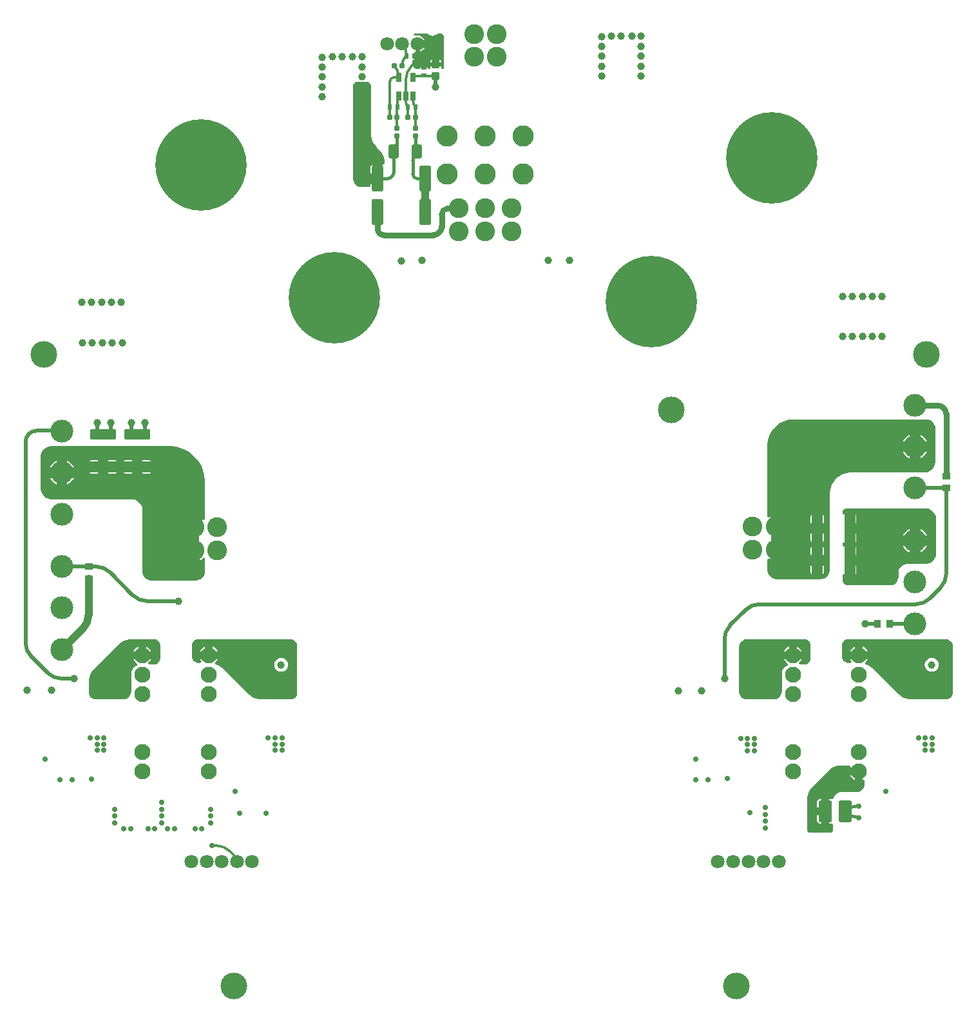
<source format=gbl>
G04*
G04 #@! TF.GenerationSoftware,Altium Limited,Altium Designer,22.7.1 (60)*
G04*
G04 Layer_Physical_Order=4*
G04 Layer_Color=16711680*
%FSLAX43Y43*%
%MOMM*%
G71*
G04*
G04 #@! TF.SameCoordinates,6C714445-BF0D-44DC-86B3-87104CAD25D8*
G04*
G04*
G04 #@! TF.FilePolarity,Positive*
G04*
G01*
G75*
%ADD13C,0.300*%
%ADD36C,1.000*%
%ADD37C,0.500*%
%ADD38C,0.750*%
%ADD40C,0.400*%
G04:AMPARAMS|DCode=43|XSize=0.61mm|YSize=0.6mm|CornerRadius=0.075mm|HoleSize=0mm|Usage=FLASHONLY|Rotation=180.000|XOffset=0mm|YOffset=0mm|HoleType=Round|Shape=RoundedRectangle|*
%AMROUNDEDRECTD43*
21,1,0.610,0.450,0,0,180.0*
21,1,0.460,0.600,0,0,180.0*
1,1,0.150,-0.230,0.225*
1,1,0.150,0.230,0.225*
1,1,0.150,0.230,-0.225*
1,1,0.150,-0.230,-0.225*
%
%ADD43ROUNDEDRECTD43*%
G04:AMPARAMS|DCode=45|XSize=0.59mm|YSize=0.6mm|CornerRadius=0.074mm|HoleSize=0mm|Usage=FLASHONLY|Rotation=0.000|XOffset=0mm|YOffset=0mm|HoleType=Round|Shape=RoundedRectangle|*
%AMROUNDEDRECTD45*
21,1,0.590,0.453,0,0,0.0*
21,1,0.443,0.600,0,0,0.0*
1,1,0.148,0.221,-0.226*
1,1,0.148,-0.221,-0.226*
1,1,0.148,-0.221,0.226*
1,1,0.148,0.221,0.226*
%
%ADD45ROUNDEDRECTD45*%
G04:AMPARAMS|DCode=46|XSize=0.92mm|YSize=1.08mm|CornerRadius=0.115mm|HoleSize=0mm|Usage=FLASHONLY|Rotation=90.000|XOffset=0mm|YOffset=0mm|HoleType=Round|Shape=RoundedRectangle|*
%AMROUNDEDRECTD46*
21,1,0.920,0.850,0,0,90.0*
21,1,0.690,1.080,0,0,90.0*
1,1,0.230,0.425,0.345*
1,1,0.230,0.425,-0.345*
1,1,0.230,-0.425,-0.345*
1,1,0.230,-0.425,0.345*
%
%ADD46ROUNDEDRECTD46*%
G04:AMPARAMS|DCode=48|XSize=0.61mm|YSize=0.6mm|CornerRadius=0.075mm|HoleSize=0mm|Usage=FLASHONLY|Rotation=270.000|XOffset=0mm|YOffset=0mm|HoleType=Round|Shape=RoundedRectangle|*
%AMROUNDEDRECTD48*
21,1,0.610,0.450,0,0,270.0*
21,1,0.460,0.600,0,0,270.0*
1,1,0.150,-0.225,-0.230*
1,1,0.150,-0.225,0.230*
1,1,0.150,0.225,0.230*
1,1,0.150,0.225,-0.230*
%
%ADD48ROUNDEDRECTD48*%
G04:AMPARAMS|DCode=49|XSize=0.94mm|YSize=1.03mm|CornerRadius=0.118mm|HoleSize=0mm|Usage=FLASHONLY|Rotation=90.000|XOffset=0mm|YOffset=0mm|HoleType=Round|Shape=RoundedRectangle|*
%AMROUNDEDRECTD49*
21,1,0.940,0.795,0,0,90.0*
21,1,0.705,1.030,0,0,90.0*
1,1,0.235,0.398,0.353*
1,1,0.235,0.398,-0.353*
1,1,0.235,-0.398,-0.353*
1,1,0.235,-0.398,0.353*
%
%ADD49ROUNDEDRECTD49*%
G04:AMPARAMS|DCode=52|XSize=1.76mm|YSize=2.82mm|CornerRadius=0.22mm|HoleSize=0mm|Usage=FLASHONLY|Rotation=180.000|XOffset=0mm|YOffset=0mm|HoleType=Round|Shape=RoundedRectangle|*
%AMROUNDEDRECTD52*
21,1,1.760,2.380,0,0,180.0*
21,1,1.320,2.820,0,0,180.0*
1,1,0.440,-0.660,1.190*
1,1,0.440,0.660,1.190*
1,1,0.440,0.660,-1.190*
1,1,0.440,-0.660,-1.190*
%
%ADD52ROUNDEDRECTD52*%
%ADD54C,2.000*%
%ADD55C,2.800*%
%ADD56C,12.000*%
%ADD57C,2.600*%
%ADD58C,2.100*%
%ADD59C,3.500*%
%ADD60C,3.000*%
%ADD61C,1.800*%
%ADD62C,1.000*%
%ADD63C,0.700*%
G04:AMPARAMS|DCode=64|XSize=0.92mm|YSize=1.08mm|CornerRadius=0.115mm|HoleSize=0mm|Usage=FLASHONLY|Rotation=0.000|XOffset=0mm|YOffset=0mm|HoleType=Round|Shape=RoundedRectangle|*
%AMROUNDEDRECTD64*
21,1,0.920,0.850,0,0,0.0*
21,1,0.690,1.080,0,0,0.0*
1,1,0.230,0.345,-0.425*
1,1,0.230,-0.345,-0.425*
1,1,0.230,-0.345,0.425*
1,1,0.230,0.345,0.425*
%
%ADD64ROUNDEDRECTD64*%
G04:AMPARAMS|DCode=65|XSize=1.3mm|YSize=3.47mm|CornerRadius=0.163mm|HoleSize=0mm|Usage=FLASHONLY|Rotation=0.000|XOffset=0mm|YOffset=0mm|HoleType=Round|Shape=RoundedRectangle|*
%AMROUNDEDRECTD65*
21,1,1.300,3.145,0,0,0.0*
21,1,0.975,3.470,0,0,0.0*
1,1,0.325,0.488,-1.573*
1,1,0.325,-0.488,-1.573*
1,1,0.325,-0.488,1.573*
1,1,0.325,0.488,1.573*
%
%ADD65ROUNDEDRECTD65*%
G04:AMPARAMS|DCode=66|XSize=1.3mm|YSize=3.47mm|CornerRadius=0.163mm|HoleSize=0mm|Usage=FLASHONLY|Rotation=90.000|XOffset=0mm|YOffset=0mm|HoleType=Round|Shape=RoundedRectangle|*
%AMROUNDEDRECTD66*
21,1,1.300,3.145,0,0,90.0*
21,1,0.975,3.470,0,0,90.0*
1,1,0.325,1.573,0.488*
1,1,0.325,1.573,-0.488*
1,1,0.325,-1.573,-0.488*
1,1,0.325,-1.573,0.488*
%
%ADD66ROUNDEDRECTD66*%
G04:AMPARAMS|DCode=67|XSize=1.45mm|YSize=3.43mm|CornerRadius=0.181mm|HoleSize=0mm|Usage=FLASHONLY|Rotation=180.000|XOffset=0mm|YOffset=0mm|HoleType=Round|Shape=RoundedRectangle|*
%AMROUNDEDRECTD67*
21,1,1.450,3.068,0,0,180.0*
21,1,1.087,3.430,0,0,180.0*
1,1,0.363,-0.544,1.534*
1,1,0.363,0.544,1.534*
1,1,0.363,0.544,-1.534*
1,1,0.363,-0.544,-1.534*
%
%ADD67ROUNDEDRECTD67*%
G04:AMPARAMS|DCode=68|XSize=0.61mm|YSize=1.26mm|CornerRadius=0.076mm|HoleSize=0mm|Usage=FLASHONLY|Rotation=0.000|XOffset=0mm|YOffset=0mm|HoleType=Round|Shape=RoundedRectangle|*
%AMROUNDEDRECTD68*
21,1,0.610,1.108,0,0,0.0*
21,1,0.458,1.260,0,0,0.0*
1,1,0.153,0.229,-0.554*
1,1,0.153,-0.229,-0.554*
1,1,0.153,-0.229,0.554*
1,1,0.153,0.229,0.554*
%
%ADD68ROUNDEDRECTD68*%
G04:AMPARAMS|DCode=69|XSize=0.59mm|YSize=0.6mm|CornerRadius=0.074mm|HoleSize=0mm|Usage=FLASHONLY|Rotation=270.000|XOffset=0mm|YOffset=0mm|HoleType=Round|Shape=RoundedRectangle|*
%AMROUNDEDRECTD69*
21,1,0.590,0.453,0,0,270.0*
21,1,0.443,0.600,0,0,270.0*
1,1,0.148,-0.226,-0.221*
1,1,0.148,-0.226,0.221*
1,1,0.148,0.226,0.221*
1,1,0.148,0.226,-0.221*
%
%ADD69ROUNDEDRECTD69*%
G04:AMPARAMS|DCode=70|XSize=1.28mm|YSize=1.87mm|CornerRadius=0.16mm|HoleSize=0mm|Usage=FLASHONLY|Rotation=0.000|XOffset=0mm|YOffset=0mm|HoleType=Round|Shape=RoundedRectangle|*
%AMROUNDEDRECTD70*
21,1,1.280,1.550,0,0,0.0*
21,1,0.960,1.870,0,0,0.0*
1,1,0.320,0.480,-0.775*
1,1,0.320,-0.480,-0.775*
1,1,0.320,-0.480,0.775*
1,1,0.320,0.480,0.775*
%
%ADD70ROUNDEDRECTD70*%
%ADD71C,0.600*%
G36*
X-10500Y45600D02*
X-10500Y45600D01*
X-10500D01*
X-10316Y45579D01*
X-10267Y45569D01*
X-10121Y45509D01*
X-9990Y45421D01*
X-9879Y45310D01*
X-9791Y45179D01*
X-9731Y45033D01*
X-9700Y44879D01*
X-9700Y44800D01*
X-9700Y43100D01*
X-9700Y43100D01*
Y43021D01*
X-9731Y42867D01*
X-9791Y42721D01*
X-9879Y42590D01*
X-9990Y42479D01*
X-10121Y42391D01*
X-10267Y42331D01*
X-10421Y42300D01*
X-10500Y42300D01*
X-11196D01*
X-11264Y42500D01*
X-11148Y42589D01*
X-10948Y42850D01*
X-10894Y42980D01*
X-12040D01*
X-13186D01*
X-13132Y42850D01*
X-12931Y42589D01*
X-12699Y42410D01*
X-12690Y42292D01*
X-12711Y42189D01*
X-12813Y42146D01*
X-13025Y42005D01*
X-13205Y41825D01*
X-13346Y41613D01*
X-13444Y41377D01*
X-13494Y41127D01*
X-13500Y41000D01*
Y38800D01*
X-13500Y38800D01*
Y38692D01*
X-13542Y38479D01*
X-13625Y38279D01*
X-13746Y38099D01*
X-13899Y37946D01*
X-14079Y37825D01*
X-14279Y37742D01*
X-14492Y37700D01*
X-14600D01*
X-18199Y37700D01*
X-18392Y37738D01*
X-18574Y37814D01*
X-18737Y37923D01*
X-18877Y38063D01*
X-18986Y38226D01*
X-19062Y38408D01*
X-19100Y38602D01*
X-19100Y38700D01*
X-19100Y39709D01*
X-19100Y39898D01*
X-19100Y39898D01*
X-19100Y39898D01*
X-19100Y39898D01*
X-19100Y40154D01*
X-19000Y40656D01*
X-18804Y41130D01*
X-18519Y41556D01*
X-18338Y41737D01*
X-15152Y44923D01*
X-15152Y44923D01*
Y44923D01*
X-14991Y45084D01*
X-14613Y45337D01*
X-14192Y45511D01*
X-13745Y45600D01*
X-13518Y45600D01*
X-10500Y45600D01*
X-10500Y45600D01*
D02*
G37*
G36*
X7400Y45600D02*
X7400Y45600D01*
X7400D01*
X7584Y45581D01*
X7657Y45566D01*
X7818Y45500D01*
X7962Y45403D01*
X8085Y45280D01*
X8181Y45136D01*
X8248Y44976D01*
X8282Y44805D01*
X8282Y44718D01*
X8282Y38482D01*
X8282Y38482D01*
X8282Y38405D01*
X8252Y38254D01*
X8193Y38111D01*
X8107Y37983D01*
X7998Y37874D01*
X7870Y37789D01*
X7728Y37730D01*
X7577Y37700D01*
X7500Y37700D01*
X3620Y37700D01*
X3620Y37700D01*
X3368Y37700D01*
X2874Y37799D01*
X2409Y37993D01*
X1991Y38274D01*
X1813Y38453D01*
X-1274Y41570D01*
X-1274D01*
X-1274Y41570D01*
X-1386Y41677D01*
X-1625Y41875D01*
X-1882Y42048D01*
X-2155Y42195D01*
X-2441Y42314D01*
X-2478Y42535D01*
X-2408Y42589D01*
X-2208Y42850D01*
X-2154Y42980D01*
X-3300D01*
X-4446D01*
X-4392Y42850D01*
X-4277Y42700D01*
X-4376Y42500D01*
X-4700Y42500D01*
X-4784Y42500D01*
X-4949Y42533D01*
X-5105Y42597D01*
X-5245Y42691D01*
X-5364Y42810D01*
X-5458Y42950D01*
X-5522Y43106D01*
X-5555Y43271D01*
Y43355D01*
X-5555Y44745D01*
X-5555Y44745D01*
X-5534Y44936D01*
X-5523Y44994D01*
X-5458Y45150D01*
X-5364Y45290D01*
X-5245Y45409D01*
X-5105Y45503D01*
X-4950Y45567D01*
X-4784Y45600D01*
X-4700Y45600D01*
X7400Y45600D01*
X7400Y45600D01*
D02*
G37*
G36*
X-8600Y71000D02*
X-8285Y71000D01*
X-7662Y70918D01*
X-7054Y70755D01*
X-6472Y70514D01*
X-5928Y70200D01*
X-5428Y69817D01*
X-4983Y69372D01*
X-4600Y68872D01*
X-4286Y68328D01*
X-4045Y67746D01*
X-3882Y67138D01*
X-3800Y66515D01*
Y66200D01*
X-3800Y61304D01*
X-4000Y61233D01*
X-4109Y61366D01*
X-4338Y61553D01*
X-4475Y61627D01*
Y60300D01*
X-5175D01*
Y59600D01*
X-6502D01*
X-6428Y59463D01*
X-6241Y59234D01*
X-6012Y59047D01*
X-5752Y58908D01*
X-5742Y58905D01*
Y58696D01*
X-5752Y58693D01*
X-6012Y58553D01*
X-6241Y58366D01*
X-6428Y58137D01*
X-6502Y58000D01*
X-5175D01*
Y57300D01*
X-4475D01*
Y55973D01*
X-4338Y56047D01*
X-4109Y56234D01*
X-4000Y56367D01*
X-3800Y56296D01*
X-3800Y54600D01*
X-3800Y54600D01*
X-3800Y54472D01*
X-3850Y54221D01*
X-3948Y53984D01*
X-4090Y53771D01*
X-4271Y53590D01*
X-4484Y53448D01*
X-4721Y53350D01*
X-4972Y53300D01*
X-5100D01*
X-10813Y53300D01*
X-10930Y53300D01*
X-11159Y53346D01*
X-11375Y53435D01*
X-11570Y53565D01*
X-11735Y53730D01*
X-11865Y53925D01*
X-11954Y54141D01*
X-12000Y54370D01*
X-12000Y54487D01*
X-12000Y62500D01*
X-12000Y62500D01*
X-12000Y62500D01*
X-12000Y62500D01*
X-12007Y62647D01*
X-12015Y62685D01*
X-12065Y62935D01*
X-12177Y63207D01*
X-12340Y63452D01*
X-12548Y63660D01*
X-12793Y63823D01*
X-13065Y63935D01*
X-13353Y63993D01*
X-13500Y64000D01*
X-23900Y64000D01*
X-24048Y64000D01*
X-24338Y64058D01*
X-24611Y64171D01*
X-24856Y64335D01*
X-25065Y64544D01*
X-25229Y64790D01*
X-25342Y65062D01*
X-25400Y65352D01*
X-25400Y65500D01*
X-25400Y69500D01*
X-25400Y69500D01*
X-25390Y69696D01*
X-25342Y69938D01*
X-25229Y70211D01*
X-25065Y70456D01*
X-24856Y70665D01*
X-24610Y70829D01*
X-24337Y70942D01*
X-24048Y71000D01*
X-23900Y71000D01*
X-8600Y71000D01*
Y71000D01*
D02*
G37*
G36*
X17500Y118800D02*
X17599Y118800D01*
X17783Y118724D01*
X17924Y118583D01*
X17966Y118482D01*
X18000Y118300D01*
Y118300D01*
X18000Y118300D01*
X18000Y118300D01*
X18000Y112052D01*
X18012Y111799D01*
X18111Y111303D01*
X18305Y110835D01*
X18586Y110414D01*
X18756Y110226D01*
X18756Y110226D01*
X18756Y110226D01*
X19190Y109793D01*
X19342Y109640D01*
X19582Y109281D01*
X19747Y108883D01*
X19831Y108460D01*
X19831Y108244D01*
X19831D01*
X19831Y108244D01*
X19831Y108050D01*
X19631Y107957D01*
X19585Y107988D01*
Y106100D01*
X18885D01*
Y105400D01*
X17953D01*
Y105000D01*
X16800D01*
X16689Y105000D01*
X16472Y105043D01*
X16268Y105128D01*
X16083Y105251D01*
X15927Y105408D01*
X15804Y105592D01*
X15719Y105796D01*
X15676Y106013D01*
Y106124D01*
X15676Y118276D01*
X15676Y118380D01*
X15756Y118573D01*
X15903Y118720D01*
X16096Y118800D01*
X16200D01*
X16200Y118800D01*
X17500Y118800D01*
D02*
G37*
G36*
X23900Y125200D02*
X25427D01*
X25475Y125137D01*
X25490Y125124D01*
X25494Y125119D01*
X25499Y125115D01*
X25512Y125100D01*
X25648Y124995D01*
X25666Y124987D01*
X25671Y124983D01*
X25677Y124980D01*
X25694Y124969D01*
X25852Y124903D01*
X25872Y124899D01*
X25878Y124897D01*
X25885Y124896D01*
X25904Y124890D01*
X26073Y124867D01*
X26087Y124868D01*
X26100Y124865D01*
X26113Y124868D01*
X26127Y124867D01*
X26296Y124890D01*
X26315Y124896D01*
X26322Y124897D01*
X26328Y124899D01*
X26348Y124903D01*
X26506Y124969D01*
X26523Y124980D01*
X26529Y124983D01*
X26534Y124987D01*
X26552Y124995D01*
X26688Y125100D01*
X26701Y125115D01*
X26706Y125119D01*
X26710Y125124D01*
X26725Y125137D01*
X26774Y125200D01*
X27100D01*
X27100Y125200D01*
X27100Y125200D01*
X27100D01*
X27283Y125165D01*
X27383Y125124D01*
X27524Y124983D01*
X27600Y124799D01*
X27600Y124700D01*
X27600Y120700D01*
X27600Y120700D01*
Y120660D01*
X27570Y120587D01*
X27526Y120543D01*
X27343Y120541D01*
X27227Y120703D01*
X27246Y120797D01*
Y121502D01*
X27222Y121626D01*
X27151Y121731D01*
X27046Y121802D01*
X27025Y121806D01*
Y121150D01*
X26025D01*
Y121806D01*
X26004Y121802D01*
X25899Y121731D01*
X25828Y121626D01*
X25804Y121502D01*
Y120797D01*
X25823Y120700D01*
X25801Y120635D01*
X25704Y120500D01*
X25475D01*
Y120896D01*
X25470Y120923D01*
Y120675D01*
X24470D01*
Y120923D01*
X24465Y120896D01*
Y120500D01*
X24200D01*
X24200Y120500D01*
X24121Y120500D01*
X23967Y120531D01*
X23821Y120591D01*
X23690Y120679D01*
X23579Y120790D01*
X23491Y120921D01*
X23431Y121067D01*
X23400Y121221D01*
X23400Y121300D01*
Y121572D01*
X23600Y121750D01*
X23896D01*
X23923Y121755D01*
X23675D01*
Y122755D01*
X24391D01*
X24655Y122864D01*
X24885Y123040D01*
X25061Y123270D01*
X25084Y123325D01*
X24100D01*
Y124325D01*
X25084D01*
X25061Y124380D01*
X24885Y124610D01*
X24655Y124786D01*
X24387Y124897D01*
X24100Y124935D01*
X23813Y124897D01*
X23806Y124894D01*
X23607Y125028D01*
X23608Y125115D01*
X23617Y125124D01*
X23801Y125200D01*
X23900Y125200D01*
D02*
G37*
G36*
X75233Y45569D02*
X75379Y45509D01*
X75510Y45421D01*
X75621Y45310D01*
X75709Y45179D01*
X75769Y45033D01*
X75800Y44879D01*
X75800Y44800D01*
X75800Y43100D01*
X75800D01*
Y43021D01*
X75769Y42867D01*
X75709Y42721D01*
X75621Y42590D01*
X75510Y42479D01*
X75379Y42391D01*
X75233Y42331D01*
X75079Y42300D01*
X75000Y42300D01*
X74304D01*
X74236Y42500D01*
X74352Y42589D01*
X74552Y42850D01*
X74606Y42980D01*
X73460D01*
X72314D01*
X72368Y42850D01*
X72569Y42589D01*
X72801Y42410D01*
X72810Y42292D01*
X72789Y42189D01*
X72687Y42146D01*
X72475Y42005D01*
X72295Y41825D01*
X72154Y41613D01*
X72056Y41377D01*
X72006Y41127D01*
X72000Y41000D01*
Y38800D01*
X72000D01*
Y38692D01*
X71958Y38479D01*
X71875Y38279D01*
X71754Y38099D01*
X71601Y37946D01*
X71421Y37825D01*
X71221Y37742D01*
X71008Y37700D01*
X67400Y37700D01*
X67302Y37700D01*
X67108Y37738D01*
X66926Y37814D01*
X66763Y37923D01*
X66623Y38063D01*
X66514Y38226D01*
X66438Y38408D01*
X66400Y38602D01*
X66400Y38700D01*
X66400Y44548D01*
X66400Y44652D01*
X66440Y44855D01*
X66520Y45047D01*
X66635Y45219D01*
X66781Y45365D01*
X66953Y45480D01*
X67145Y45560D01*
X67348Y45600D01*
X67452Y45600D01*
X75000Y45600D01*
Y45600D01*
X75079Y45600D01*
X75233Y45569D01*
D02*
G37*
G36*
X93500Y45600D02*
X93500Y45600D01*
X93500D01*
X93684Y45583D01*
X93792Y45562D01*
X93974Y45486D01*
X94138Y45377D01*
X94277Y45237D01*
X94386Y45074D01*
X94462Y44892D01*
X94500Y44698D01*
X94500Y44600D01*
X94500Y38700D01*
X94500Y38700D01*
X94500Y38601D01*
X94462Y38408D01*
X94386Y38226D01*
X94277Y38062D01*
X94137Y37923D01*
X93974Y37814D01*
X93792Y37738D01*
X93598Y37700D01*
X93500Y37700D01*
X89060Y37700D01*
X88808D01*
X88314Y37799D01*
X87849Y37993D01*
X87431Y38274D01*
X87253Y38453D01*
X84166Y41570D01*
X84166Y41570D01*
X84166Y41570D01*
X84164Y41572D01*
X84054Y41677D01*
X84026Y41701D01*
X83815Y41875D01*
X83558Y42048D01*
X83286Y42195D01*
X83000Y42314D01*
X82962Y42535D01*
X83032Y42589D01*
X83232Y42850D01*
X83286Y42980D01*
X82140D01*
X80994D01*
X81048Y42850D01*
X81163Y42700D01*
X81064Y42500D01*
X80740Y42500D01*
X80656Y42500D01*
X80491Y42533D01*
X80335Y42597D01*
X80195Y42691D01*
X80076Y42810D01*
X79982Y42950D01*
X79918Y43106D01*
X79885Y43271D01*
Y43355D01*
X79885Y44745D01*
X79906Y44936D01*
X79918Y44994D01*
X79982Y45150D01*
X80076Y45290D01*
X80195Y45409D01*
X80335Y45503D01*
X80491Y45567D01*
X80656Y45600D01*
X80740Y45600D01*
X93500Y45600D01*
X93500Y45600D01*
D02*
G37*
G36*
X81019Y28800D02*
X80994Y28740D01*
X82140D01*
Y28240D01*
X82640D01*
Y27094D01*
X82700Y27119D01*
X82900Y27016D01*
Y26700D01*
X82900Y26582D01*
X82854Y26350D01*
X82763Y26132D01*
X82632Y25935D01*
X82465Y25768D01*
X82268Y25637D01*
X82050Y25546D01*
X81818Y25500D01*
X81700Y25500D01*
Y25500D01*
X79800Y25500D01*
X79699Y25495D01*
X79500Y25456D01*
X79313Y25378D01*
X79145Y25265D01*
X79001Y25122D01*
X78889Y24954D01*
X78811Y24767D01*
X78787Y24647D01*
X78614Y24560D01*
X78571Y24558D01*
X78529Y24586D01*
X78365Y24618D01*
X78205D01*
Y23000D01*
Y21382D01*
X78365D01*
X78529Y21414D01*
X78567Y21440D01*
X78767Y21333D01*
X78767Y20632D01*
X78767Y20546D01*
X78701Y20387D01*
X78580Y20266D01*
X78518Y20240D01*
X78438Y20223D01*
X78335Y20200D01*
X78135Y20200D01*
X75620Y20200D01*
X75473Y20261D01*
X75361Y20373D01*
X75300Y20520D01*
X75300Y20600D01*
X75300Y20600D01*
X75300Y24508D01*
Y24744D01*
X75392Y25207D01*
X75573Y25642D01*
X75835Y26035D01*
X76002Y26202D01*
X76002Y26202D01*
X78229Y28429D01*
X78365Y28565D01*
X78684Y28778D01*
X79039Y28925D01*
X79415Y29000D01*
X79607Y29000D01*
X79607Y29000D01*
X80917D01*
X81019Y28800D01*
D02*
G37*
G36*
X90900Y74500D02*
X91028Y74500D01*
X91279Y74450D01*
X91516Y74352D01*
X91729Y74210D01*
X91910Y74029D01*
X92052Y73816D01*
X92150Y73579D01*
X92189Y73385D01*
X92200Y73200D01*
Y73200D01*
X92200Y73200D01*
X92200Y73200D01*
X92200Y69000D01*
Y68852D01*
X92142Y68562D01*
X92029Y68289D01*
X91865Y68044D01*
X91656Y67835D01*
X91411Y67671D01*
X91138Y67558D01*
X90848Y67500D01*
X90700D01*
X81100Y67500D01*
X80917Y67494D01*
X80554Y67446D01*
X80200Y67351D01*
X79862Y67211D01*
X79544Y67028D01*
X79254Y66805D01*
X78995Y66546D01*
X78772Y66256D01*
X78589Y65938D01*
X78449Y65600D01*
X78354Y65246D01*
X78306Y64883D01*
X78300Y64700D01*
X78300Y54687D01*
X78300Y54570D01*
X78254Y54341D01*
X78165Y54125D01*
X78035Y53930D01*
X77870Y53765D01*
X77675Y53635D01*
X77459Y53546D01*
X77307Y53515D01*
X77113Y53500D01*
X71400Y53500D01*
X71272D01*
X71021Y53550D01*
X70784Y53648D01*
X70571Y53790D01*
X70390Y53971D01*
X70248Y54184D01*
X70150Y54421D01*
X70100Y54672D01*
X70100Y54800D01*
X70100Y56083D01*
X70300Y56178D01*
X70338Y56147D01*
X70475Y56073D01*
Y57400D01*
X71175D01*
Y58100D01*
X72502D01*
X72428Y58237D01*
X72241Y58466D01*
X72012Y58653D01*
X71752Y58793D01*
X71742Y58796D01*
Y59005D01*
X71752Y59007D01*
X72012Y59147D01*
X72241Y59334D01*
X72428Y59563D01*
X72502Y59700D01*
X71175D01*
Y60400D01*
X70475D01*
Y61727D01*
X70338Y61653D01*
X70300Y61622D01*
X70100Y61717D01*
X70100Y71000D01*
X70100Y71229D01*
X70160Y71684D01*
X70279Y72127D01*
X70454Y72551D01*
X70684Y72949D01*
X70963Y73313D01*
X71287Y73637D01*
X71651Y73916D01*
X72049Y74146D01*
X72473Y74321D01*
X72916Y74440D01*
X73371Y74500D01*
X73600Y74500D01*
X73600Y74500D01*
X90900Y74500D01*
D02*
G37*
G36*
X90800Y62800D02*
X90948D01*
X91238Y62742D01*
X91511Y62629D01*
X91756Y62465D01*
X91965Y62256D01*
X92129Y62011D01*
X92242Y61738D01*
X92300Y61448D01*
X92300Y61300D01*
X92300Y56900D01*
X92300Y56900D01*
X92300Y56762D01*
X92246Y56492D01*
X92141Y56237D01*
X91987Y56008D01*
X91792Y55813D01*
X91563Y55659D01*
X91308Y55554D01*
X91038Y55500D01*
X90900Y55500D01*
X88496Y55500D01*
X88496Y55500D01*
X88383Y55494D01*
X88160Y55450D01*
X87951Y55364D01*
X87763Y55238D01*
X87603Y55078D01*
X87477Y54889D01*
X87390Y54680D01*
X87346Y54458D01*
X87341Y54345D01*
X87341Y53841D01*
X87341Y53841D01*
Y53728D01*
X87297Y53508D01*
X87211Y53300D01*
X87086Y53114D01*
X86927Y52955D01*
X86740Y52830D01*
X86533Y52744D01*
X86312Y52700D01*
X86200Y52700D01*
X80700Y52700D01*
X80631Y52700D01*
X80496Y52727D01*
X80368Y52780D01*
X80254Y52856D01*
X80156Y52954D01*
X80080Y53068D01*
X80027Y53196D01*
X80000Y53331D01*
X80000Y53400D01*
Y54070D01*
X80200Y54131D01*
X80201Y54129D01*
X80250Y54096D01*
Y55963D01*
Y57829D01*
X80201Y57796D01*
X80200Y57795D01*
X80000Y57855D01*
Y58270D01*
X80200Y58331D01*
X80201Y58329D01*
X80250Y58296D01*
Y60163D01*
Y62029D01*
X80201Y61997D01*
X80200Y61995D01*
X80000Y62055D01*
Y62300D01*
X80000Y62300D01*
X80018Y62393D01*
X80036Y62485D01*
X80076Y62583D01*
X80217Y62724D01*
X80401Y62800D01*
X80500Y62800D01*
X90800Y62800D01*
Y62800D01*
D02*
G37*
%LPC*%
G36*
X-11540Y44626D02*
Y43980D01*
X-10894D01*
X-10948Y44110D01*
X-11148Y44372D01*
X-11410Y44572D01*
X-11540Y44626D01*
D02*
G37*
G36*
X-12540Y44626D02*
X-12670Y44572D01*
X-12931Y44372D01*
X-13132Y44110D01*
X-13186Y43980D01*
X-12540D01*
Y44626D01*
D02*
G37*
G36*
X-2800Y44626D02*
Y43980D01*
X-2154D01*
X-2208Y44110D01*
X-2408Y44372D01*
X-2670Y44572D01*
X-2800Y44626D01*
D02*
G37*
G36*
X-3800Y44626D02*
X-3930Y44572D01*
X-4191Y44372D01*
X-4392Y44110D01*
X-4446Y43980D01*
X-3800D01*
Y44626D01*
D02*
G37*
G36*
X6200Y43144D02*
X5965Y43113D01*
X5746Y43022D01*
X5558Y42878D01*
X5414Y42690D01*
X5323Y42471D01*
X5292Y42236D01*
X5323Y42001D01*
X5414Y41782D01*
X5558Y41594D01*
X5746Y41450D01*
X5965Y41359D01*
X6200Y41329D01*
X6435Y41359D01*
X6654Y41450D01*
X6842Y41594D01*
X6986Y41782D01*
X7077Y42001D01*
X7108Y42236D01*
X7077Y42471D01*
X6986Y42690D01*
X6842Y42878D01*
X6654Y43022D01*
X6435Y43113D01*
X6200Y43144D01*
D02*
G37*
G36*
X-15627Y69107D02*
X-16500D01*
Y68950D01*
X-15333D01*
X-15366Y68999D01*
X-15486Y69079D01*
X-15627Y69107D01*
D02*
G37*
G36*
X-17900D02*
X-18772D01*
X-18914Y69079D01*
X-19034Y68999D01*
X-19066Y68950D01*
X-17900D01*
Y69107D01*
D02*
G37*
G36*
X-11127Y69107D02*
X-12000D01*
Y68950D01*
X-10833D01*
X-10866Y68999D01*
X-10986Y69079D01*
X-11127Y69107D01*
D02*
G37*
G36*
X-13400D02*
X-14272D01*
X-14414Y69079D01*
X-14534Y68999D01*
X-14566Y68950D01*
X-13400D01*
Y69107D01*
D02*
G37*
G36*
X-21900Y69053D02*
Y68200D01*
X-21047D01*
X-21180Y68449D01*
X-21392Y68708D01*
X-21651Y68920D01*
X-21900Y69053D01*
D02*
G37*
G36*
X-23300Y69053D02*
X-23549Y68920D01*
X-23808Y68708D01*
X-24020Y68449D01*
X-24153Y68200D01*
X-23300D01*
Y69053D01*
D02*
G37*
G36*
X-15333Y67550D02*
X-16500D01*
Y67393D01*
X-15627D01*
X-15486Y67421D01*
X-15366Y67501D01*
X-15333Y67550D01*
D02*
G37*
G36*
X-17900D02*
X-19066D01*
X-19034Y67501D01*
X-18914Y67421D01*
X-18772Y67393D01*
X-17900D01*
Y67550D01*
D02*
G37*
G36*
X-10833Y67550D02*
X-12000D01*
Y67393D01*
X-11127D01*
X-10986Y67421D01*
X-10866Y67501D01*
X-10833Y67550D01*
D02*
G37*
G36*
X-13400D02*
X-14566D01*
X-14534Y67501D01*
X-14414Y67421D01*
X-14272Y67393D01*
X-13400D01*
Y67550D01*
D02*
G37*
G36*
X-21046Y66800D02*
X-21900D01*
Y65947D01*
X-21651Y66080D01*
X-21392Y66292D01*
X-21180Y66551D01*
X-21046Y66800D01*
D02*
G37*
G36*
X-23300D02*
X-24153D01*
X-24020Y66551D01*
X-23808Y66292D01*
X-23549Y66080D01*
X-23300Y65947D01*
Y66800D01*
D02*
G37*
G36*
X-5875Y61627D02*
X-6012Y61553D01*
X-6241Y61366D01*
X-6428Y61137D01*
X-6502Y61000D01*
X-5875D01*
Y61627D01*
D02*
G37*
G36*
X-5875Y56600D02*
X-6502D01*
X-6428Y56463D01*
X-6241Y56234D01*
X-6012Y56047D01*
X-5875Y55973D01*
Y56600D01*
D02*
G37*
G36*
X18185Y107988D02*
X18066Y107909D01*
X17982Y107782D01*
X17953Y107634D01*
Y106800D01*
X18185D01*
Y107988D01*
D02*
G37*
G36*
X73960Y44626D02*
Y43980D01*
X74606D01*
X74552Y44110D01*
X74352Y44372D01*
X74090Y44572D01*
X73960Y44626D01*
D02*
G37*
G36*
X72960Y44626D02*
X72830Y44572D01*
X72569Y44372D01*
X72368Y44110D01*
X72314Y43980D01*
X72960D01*
Y44626D01*
D02*
G37*
G36*
X82640Y44626D02*
Y43980D01*
X83286D01*
X83232Y44110D01*
X83032Y44372D01*
X82770Y44572D01*
X82640Y44626D01*
D02*
G37*
G36*
X81640Y44626D02*
X81510Y44572D01*
X81249Y44372D01*
X81048Y44110D01*
X80994Y43980D01*
X81640D01*
Y44626D01*
D02*
G37*
G36*
X91700Y43144D02*
X91465Y43113D01*
X91246Y43022D01*
X91058Y42878D01*
X90914Y42690D01*
X90823Y42471D01*
X90792Y42236D01*
X90823Y42001D01*
X90914Y41782D01*
X91058Y41594D01*
X91246Y41450D01*
X91465Y41359D01*
X91700Y41329D01*
X91935Y41359D01*
X92154Y41450D01*
X92342Y41594D01*
X92486Y41782D01*
X92577Y42001D01*
X92608Y42236D01*
X92577Y42471D01*
X92486Y42690D01*
X92342Y42878D01*
X92154Y43022D01*
X91935Y43113D01*
X91700Y43144D01*
D02*
G37*
G36*
X81640Y27740D02*
X80994D01*
X81048Y27610D01*
X81249Y27348D01*
X81510Y27148D01*
X81640Y27094D01*
Y27740D01*
D02*
G37*
G36*
X77205Y24618D02*
X77045D01*
X76881Y24586D01*
X76742Y24493D01*
X76649Y24354D01*
X76617Y24190D01*
Y23500D01*
X77205D01*
Y24618D01*
D02*
G37*
G36*
Y22500D02*
X76617D01*
Y21810D01*
X76649Y21646D01*
X76742Y21507D01*
X76881Y21414D01*
X77045Y21382D01*
X77205D01*
Y22500D01*
D02*
G37*
G36*
X90200Y72453D02*
Y71600D01*
X91053D01*
X90920Y71849D01*
X90708Y72108D01*
X90449Y72320D01*
X90200Y72453D01*
D02*
G37*
G36*
X88800Y72453D02*
X88551Y72320D01*
X88292Y72108D01*
X88080Y71849D01*
X87947Y71600D01*
X88800D01*
Y72453D01*
D02*
G37*
G36*
Y70200D02*
X87947D01*
X88080Y69951D01*
X88292Y69692D01*
X88551Y69480D01*
X88800Y69347D01*
Y70200D01*
D02*
G37*
G36*
X91053D02*
X90200D01*
Y69347D01*
X90449Y69480D01*
X90708Y69692D01*
X90920Y69951D01*
X91053Y70200D01*
D02*
G37*
G36*
X71875Y61727D02*
Y61100D01*
X72502D01*
X72428Y61237D01*
X72241Y61466D01*
X72012Y61653D01*
X71875Y61727D01*
D02*
G37*
G36*
X77350Y62029D02*
Y60863D01*
X77507D01*
Y61735D01*
X77479Y61877D01*
X77399Y61997D01*
X77350Y62029D01*
D02*
G37*
G36*
X75950D02*
X75901Y61997D01*
X75821Y61877D01*
X75793Y61735D01*
Y60863D01*
X75950D01*
Y62029D01*
D02*
G37*
G36*
X77507Y59463D02*
X77350D01*
Y58296D01*
X77399Y58329D01*
X77479Y58449D01*
X77507Y58590D01*
Y59463D01*
D02*
G37*
G36*
X75950D02*
X75793D01*
Y58590D01*
X75821Y58449D01*
X75901Y58329D01*
X75950Y58296D01*
Y59463D01*
D02*
G37*
G36*
X77350Y57829D02*
Y56663D01*
X77507D01*
Y57535D01*
X77479Y57677D01*
X77399Y57797D01*
X77350Y57829D01*
D02*
G37*
G36*
X75950D02*
X75901Y57797D01*
X75821Y57677D01*
X75793Y57535D01*
Y56663D01*
X75950D01*
Y57829D01*
D02*
G37*
G36*
X72502Y56700D02*
X71875D01*
Y56073D01*
X72012Y56147D01*
X72241Y56334D01*
X72428Y56563D01*
X72502Y56700D01*
D02*
G37*
G36*
X77507Y55263D02*
X77350D01*
Y54096D01*
X77399Y54129D01*
X77479Y54249D01*
X77507Y54390D01*
Y55263D01*
D02*
G37*
G36*
X75950D02*
X75793D01*
Y54390D01*
X75821Y54249D01*
X75901Y54129D01*
X75950Y54096D01*
Y55263D01*
D02*
G37*
G36*
X81650Y62029D02*
Y60863D01*
X81807D01*
Y61735D01*
X81779Y61877D01*
X81699Y61997D01*
X81650Y62029D01*
D02*
G37*
G36*
X90200Y60103D02*
Y59250D01*
X91053D01*
X90920Y59499D01*
X90708Y59758D01*
X90449Y59970D01*
X90200Y60103D01*
D02*
G37*
G36*
X88800Y60103D02*
X88551Y59970D01*
X88292Y59758D01*
X88080Y59499D01*
X87947Y59250D01*
X88800D01*
Y60103D01*
D02*
G37*
G36*
X81807Y59463D02*
X81650D01*
Y58296D01*
X81699Y58329D01*
X81779Y58449D01*
X81807Y58590D01*
Y59463D01*
D02*
G37*
G36*
X88800Y57850D02*
X87947D01*
X88080Y57601D01*
X88292Y57342D01*
X88551Y57130D01*
X88800Y56997D01*
Y57850D01*
D02*
G37*
G36*
X91053D02*
X90200D01*
Y56997D01*
X90449Y57130D01*
X90708Y57342D01*
X90920Y57601D01*
X91053Y57850D01*
D02*
G37*
G36*
X81650Y57829D02*
Y56663D01*
X81807D01*
Y57535D01*
X81779Y57677D01*
X81699Y57796D01*
X81650Y57829D01*
D02*
G37*
G36*
X81807Y55263D02*
X81650D01*
Y54096D01*
X81699Y54129D01*
X81779Y54249D01*
X81807Y54390D01*
Y55263D01*
D02*
G37*
%LPD*%
D13*
X25801Y119550D02*
G03*
X26433Y119768I0J1024D01*
G01*
X22600Y116189D02*
G03*
X22875Y115525I939J0D01*
G01*
X22875Y115525D02*
G03*
X22850Y115465I60J-60D01*
G01*
X23550Y116309D02*
G03*
X23875Y115525I1109J0D01*
G01*
X23852Y119550D02*
G03*
X23550Y119425I0J-427D01*
G01*
X20450Y114175D02*
G03*
X20475Y114235I-60J60D01*
G01*
X20475Y115530D02*
G03*
X20450Y115470I60J-60D01*
G01*
X21475Y115530D02*
G03*
X21450Y115470I60J-60D01*
G01*
X21650Y116975D02*
G03*
X21500Y116613I362J-362D01*
G01*
X21450Y114175D02*
G03*
X21400Y114054I121J-121D01*
G01*
X23875Y114175D02*
G03*
X23850Y114115I60J-60D01*
G01*
X20475Y115550D02*
G03*
X20500Y115575I0J25D01*
G01*
X24175Y121350D02*
G03*
X23492Y121067I0J-966D01*
G01*
X23344Y120919D02*
G03*
X22600Y119123I1796J-1796D01*
G01*
X22609Y122214D02*
G03*
X22075Y120925I1289J-1289D01*
G01*
X22650Y122547D02*
G03*
X22100Y123875I-1878J0D01*
G01*
X21650Y119537D02*
G03*
X21075Y120925I-1963J0D01*
G01*
X21025Y119425D02*
G03*
X20500Y118900I0J-525D01*
G01*
X400Y16400D02*
G03*
X117Y17083I-966J0D01*
G01*
X-556Y17756D02*
G03*
X-2352Y18500I-1796J-1796D01*
G01*
X23550Y116309D02*
X23550Y116975D01*
X22600Y116975D02*
X22600Y116189D01*
X22850Y114180D02*
X22850Y115465D01*
X23875Y115525D02*
X23875Y115525D01*
X23875Y115525D02*
X23875D01*
X23852Y119550D02*
X25801D01*
X23550Y119425D02*
X23550Y119425D01*
X21500Y115550D02*
Y116613D01*
X21475Y115530D02*
X21475Y115530D01*
X21650Y116975D02*
X21650Y116975D01*
X21400Y112725D02*
Y114054D01*
X21450Y114175D02*
Y115470D01*
X23850Y112725D02*
Y114115D01*
X23875Y114180D02*
X23875Y115525D01*
Y115525D01*
X20500Y115575D02*
Y118900D01*
X20475Y114235D02*
Y115550D01*
X22600Y116975D02*
Y119123D01*
X23344Y120919D02*
X23492Y121067D01*
X22609Y122214D02*
X22650Y122255D01*
Y122547D01*
X21650Y119425D02*
Y119537D01*
X21025Y119425D02*
X21650D01*
X-2900Y18500D02*
X-2352D01*
X-556Y17756D02*
X117Y17083D01*
D36*
X-19844Y47006D02*
G03*
X-19100Y48802I-1796J1796D01*
G01*
X25115Y101700D02*
X25115Y101700D01*
X25115Y101700D02*
Y106100D01*
X-19100Y48802D02*
Y53550D01*
X-22600Y44250D02*
X-19844Y47006D01*
D37*
X69052Y50200D02*
G03*
X67256Y49456I0J-2540D01*
G01*
X65219Y47419D02*
G03*
X64475Y45623I1796J-1796D01*
G01*
X89648Y50200D02*
G03*
X91444Y50944I0J2540D01*
G01*
X92856Y52356D02*
G03*
X93600Y54152I-1796J1796D01*
G01*
X-22600Y72950D02*
G03*
X-22650Y73000I-50J0D01*
G01*
X-25900D02*
G03*
X-27400Y71500I0J-1500D01*
G01*
X-16306Y54406D02*
G03*
X-18102Y55150I-1796J-1796D01*
G01*
X-13269Y51369D02*
G03*
X-11473Y50625I1796J1796D01*
G01*
X-27400Y45152D02*
G03*
X-26656Y43356I2540J0D01*
G01*
X-24469Y41169D02*
G03*
X-22673Y40425I1796J1796D01*
G01*
X25200Y121200D02*
G03*
X25321Y121150I121J121D01*
G01*
X27300Y121100D02*
G03*
X27179Y121150I-121J-121D01*
G01*
X82921Y47650D02*
X84600D01*
X69052Y50200D02*
X89648D01*
X65219Y47419D02*
X67256Y49456D01*
X64475Y40400D02*
Y45623D01*
X91444Y50944D02*
X92856Y52356D01*
X93600Y54152D02*
Y65450D01*
X86200Y47650D02*
X89500D01*
X-25900Y73000D02*
X-22650D01*
X-27400Y45152D02*
Y71500D01*
X-13500Y72550D02*
X-12700D01*
X-13500D02*
Y74000D01*
X-11700Y72500D02*
Y74000D01*
X-19100Y55150D02*
X-18102D01*
X-16306Y54406D02*
X-13269Y51369D01*
X-11473Y50625D02*
X-7275D01*
X-26656Y43356D02*
X-24469Y41169D01*
X-22673Y40425D02*
X-21000D01*
X26525Y118175D02*
Y119550D01*
X89500Y65450D02*
X93600D01*
X89500Y65450D02*
Y65450D01*
X-16200Y72500D02*
Y74000D01*
X-18000Y72550D02*
Y74000D01*
Y72550D02*
X-17200D01*
X26525Y121150D02*
X27179D01*
X25321D02*
X26525D01*
X-22600Y55150D02*
X-19100D01*
D38*
X18885Y99515D02*
G03*
X19700Y98700I815J0D01*
G01*
X86300Y54400D02*
G03*
X86200Y54300I0J-100D01*
G01*
X28100Y102200D02*
G03*
X27300Y101400I0J-800D01*
G01*
X26200Y98700D02*
G03*
X27300Y99800I0J1100D01*
G01*
X89500Y76350D02*
G03*
X89550Y76300I50J0D01*
G01*
X93600Y75200D02*
G03*
X92500Y76300I-1100J0D01*
G01*
X21000Y98700D02*
X26200D01*
X19700Y98700D02*
X21000D01*
X18885Y99515D02*
Y101700D01*
X21000Y98700D02*
Y98700D01*
X28100Y102200D02*
X29500D01*
X27300Y99800D02*
Y101400D01*
X29500Y102200D02*
Y102200D01*
X89550Y76300D02*
X92500D01*
X93600Y67050D02*
Y75200D01*
D40*
X23850Y110029D02*
G03*
X23997Y109674I502J0D01*
G01*
D02*
G03*
X23497Y108467I1207J-1207D01*
G01*
Y106703D02*
G03*
X24094Y106100I603J0D01*
G01*
X20100Y106100D02*
G03*
X21000Y107000I0J900D01*
G01*
X21117Y109811D02*
G03*
X21000Y109694I0J-117D01*
G01*
X21117Y109811D02*
G03*
X21400Y110647I-1093J836D01*
G01*
X80426Y22869D02*
G03*
X82100Y22176I1674J1674D01*
G01*
X81985Y23700D02*
G03*
X80295Y23000I0J-2390D01*
G01*
X23850Y110029D02*
Y111725D01*
X23497Y106703D02*
Y108467D01*
X21000Y107000D02*
Y109694D01*
X18885Y106100D02*
X20100D01*
X24094Y106100D02*
X25115D01*
X21400Y110647D02*
Y111725D01*
X81985Y23700D02*
X82100D01*
X80295Y23000D02*
X80426Y22869D01*
D43*
X21075Y120925D02*
D03*
X22075Y120925D02*
D03*
X23875Y114175D02*
D03*
X22875Y114175D02*
D03*
X21450Y114175D02*
D03*
X20450Y114175D02*
D03*
D45*
X23675Y122255D02*
D03*
X22650Y122255D02*
D03*
X23875Y115530D02*
D03*
X22850Y115530D02*
D03*
X20475Y115550D02*
D03*
X21500Y115550D02*
D03*
D46*
X93600Y67050D02*
D03*
X93600Y65450D02*
D03*
X-19100Y53550D02*
D03*
Y55150D02*
D03*
D48*
X21400Y111725D02*
D03*
X21400Y112725D02*
D03*
X23850Y111725D02*
D03*
X23850Y112725D02*
D03*
D49*
X26525Y119550D02*
D03*
X26525Y121150D02*
D03*
D52*
X80295Y23000D02*
D03*
X77705Y23000D02*
D03*
D54*
X-5600Y56000D02*
Y60900D01*
X71575Y56900D02*
Y61800D01*
X-5175Y61300D02*
Y64300D01*
D55*
X28000Y111750D02*
D03*
X33000Y111750D02*
D03*
X38000D02*
D03*
X28000Y106750D02*
D03*
X33000Y106750D02*
D03*
X38000Y106750D02*
D03*
D56*
X13163Y90448D02*
D03*
X-4302Y107913D02*
D03*
X70713Y108879D02*
D03*
X54836Y89957D02*
D03*
D57*
X31550Y122100D02*
D03*
X34550D02*
D03*
X31550Y125100D02*
D03*
X34550D02*
D03*
X68175Y60400D02*
D03*
Y57400D02*
D03*
X71175Y60400D02*
D03*
Y57400D02*
D03*
X-5175Y60300D02*
D03*
Y57300D02*
D03*
X-2175Y60300D02*
D03*
Y57300D02*
D03*
X29500Y102200D02*
D03*
X33000D02*
D03*
X36500D02*
D03*
X29500Y99200D02*
D03*
X33000D02*
D03*
X36500D02*
D03*
D58*
X73460Y43480D02*
D03*
Y38400D02*
D03*
Y28240D02*
D03*
Y30780D02*
D03*
Y40940D02*
D03*
X-12040Y43480D02*
D03*
Y38400D02*
D03*
Y28240D02*
D03*
Y30780D02*
D03*
Y40940D02*
D03*
X82140D02*
D03*
Y30780D02*
D03*
Y28240D02*
D03*
Y38400D02*
D03*
Y43480D02*
D03*
X-3300Y40940D02*
D03*
Y30780D02*
D03*
Y28240D02*
D03*
Y38400D02*
D03*
Y43480D02*
D03*
D59*
X0Y0D02*
D03*
X66000D02*
D03*
X57500Y75750D02*
D03*
X91000Y83000D02*
D03*
X-25000D02*
D03*
D60*
X-22600Y62050D02*
D03*
X-22600Y67500D02*
D03*
Y72950D02*
D03*
X-22600Y44250D02*
D03*
X-22600Y49700D02*
D03*
X-22600Y55150D02*
D03*
X89500Y58550D02*
D03*
X89500Y53100D02*
D03*
X89500Y47650D02*
D03*
X89500Y76350D02*
D03*
X89500Y70900D02*
D03*
X89500Y65450D02*
D03*
D61*
X24100Y123825D02*
D03*
X22100D02*
D03*
X20100D02*
D03*
X2400Y16400D02*
D03*
X-5600D02*
D03*
X-3600D02*
D03*
X-1600D02*
D03*
X400D02*
D03*
X71600D02*
D03*
X63600D02*
D03*
X65600D02*
D03*
X67600D02*
D03*
X69600D02*
D03*
D62*
X82921Y47650D02*
D03*
X-13500Y74000D02*
D03*
X-11700D02*
D03*
X26525Y118175D02*
D03*
X-16200Y74000D02*
D03*
X-18000D02*
D03*
X22000Y95300D02*
D03*
X24724Y95376D02*
D03*
X41324Y95376D02*
D03*
X44124D02*
D03*
X-14800Y89850D02*
D03*
X-16100D02*
D03*
X-17400D02*
D03*
X-18700D02*
D03*
X-20000D02*
D03*
X85203Y85350D02*
D03*
X79980Y85350D02*
D03*
X81280Y85350D02*
D03*
X82580Y85350D02*
D03*
X83880Y85350D02*
D03*
X85180Y90650D02*
D03*
X83880D02*
D03*
X82580D02*
D03*
X81280D02*
D03*
X79980D02*
D03*
X12901Y122103D02*
D03*
X14200Y122103D02*
D03*
X15600Y122103D02*
D03*
X16800Y122103D02*
D03*
X16800Y116880D02*
D03*
X16800Y118180D02*
D03*
X16800Y119480D02*
D03*
X16800Y120780D02*
D03*
X11600Y122080D02*
D03*
X11600Y120780D02*
D03*
X11600Y119480D02*
D03*
X11600Y118180D02*
D03*
X11600Y116880D02*
D03*
X48300Y119580D02*
D03*
X48300Y120880D02*
D03*
X48300Y122180D02*
D03*
X48300Y123480D02*
D03*
X48300Y124780D02*
D03*
X53500Y123480D02*
D03*
X53500Y122180D02*
D03*
X53500Y120880D02*
D03*
X53500Y119580D02*
D03*
X53500Y124803D02*
D03*
X52300Y124803D02*
D03*
X50900Y124803D02*
D03*
X49601Y124803D02*
D03*
X-21000Y40425D02*
D03*
X-14809Y38955D02*
D03*
X-17991D02*
D03*
X-27191Y38880D02*
D03*
X-24009D02*
D03*
X4609Y38955D02*
D03*
X7691D02*
D03*
X6200Y42236D02*
D03*
X61491Y38855D02*
D03*
X64475Y40400D02*
D03*
X67509Y38930D02*
D03*
X70691D02*
D03*
X90084Y38955D02*
D03*
X93300Y38975D02*
D03*
X91700Y42236D02*
D03*
X58400Y38855D02*
D03*
X-7275Y50625D02*
D03*
X-19900Y84500D02*
D03*
X-18600D02*
D03*
X-17300D02*
D03*
X-16000D02*
D03*
X-14700D02*
D03*
D63*
X69800Y23500D02*
D03*
Y22600D02*
D03*
Y21700D02*
D03*
Y20800D02*
D03*
X-24785Y29805D02*
D03*
X-22905Y27120D02*
D03*
X-21305Y27120D02*
D03*
X-18700Y27260D02*
D03*
X62300Y27175D02*
D03*
X60700Y27175D02*
D03*
X60695Y29875D02*
D03*
X64855Y27325D02*
D03*
X-9525Y24175D02*
D03*
Y23275D02*
D03*
Y22375D02*
D03*
Y21475D02*
D03*
X-11300Y20700D02*
D03*
X-10400D02*
D03*
X-18000Y31000D02*
D03*
X-17100D02*
D03*
Y31800D02*
D03*
X-18000D02*
D03*
X-17100Y32600D02*
D03*
X-18000D02*
D03*
X-18900D02*
D03*
X4500D02*
D03*
X5400D02*
D03*
X6300D02*
D03*
X5400Y31800D02*
D03*
X6300D02*
D03*
Y31000D02*
D03*
X5400D02*
D03*
X66600Y32575D02*
D03*
X67500D02*
D03*
X68400D02*
D03*
X67500Y31775D02*
D03*
X68400D02*
D03*
Y30975D02*
D03*
X67500D02*
D03*
X-15675Y23275D02*
D03*
Y22375D02*
D03*
Y21475D02*
D03*
X-13600Y20700D02*
D03*
X-14500D02*
D03*
X-4223Y20701D02*
D03*
X-5123D02*
D03*
X-3048Y21476D02*
D03*
Y22376D02*
D03*
Y23276D02*
D03*
X-7800Y20700D02*
D03*
X-8700D02*
D03*
X75850Y20825D02*
D03*
X75850Y21725D02*
D03*
X75850Y22625D02*
D03*
X75850Y23525D02*
D03*
X-2900Y18500D02*
D03*
X750Y22750D02*
D03*
X67800Y22855D02*
D03*
X150Y25575D02*
D03*
X4200Y22750D02*
D03*
X90875Y31000D02*
D03*
X91775D02*
D03*
Y31800D02*
D03*
X90875D02*
D03*
X91775Y32600D02*
D03*
X90875D02*
D03*
X89975D02*
D03*
X85640Y25625D02*
D03*
X82100Y23700D02*
D03*
Y22176D02*
D03*
D64*
X84600Y47650D02*
D03*
X86200Y47650D02*
D03*
D65*
X80950Y55963D02*
D03*
X76650Y55963D02*
D03*
X80950Y60163D02*
D03*
X76650Y60163D02*
D03*
D66*
X-12700Y68250D02*
D03*
X-12700Y72550D02*
D03*
X-17200Y68250D02*
D03*
X-17200Y72550D02*
D03*
D67*
X18885Y101700D02*
D03*
X25115Y101700D02*
D03*
X25115Y106100D02*
D03*
X18885Y106100D02*
D03*
D68*
X23550Y116975D02*
D03*
X22600Y116975D02*
D03*
X21650Y116975D02*
D03*
X21650Y119425D02*
D03*
X23550Y119425D02*
D03*
D69*
X24970Y120675D02*
D03*
X24970Y119650D02*
D03*
D70*
X20997Y109674D02*
D03*
X23997Y109674D02*
D03*
D71*
X24100Y122300D02*
Y123875D01*
M02*

</source>
